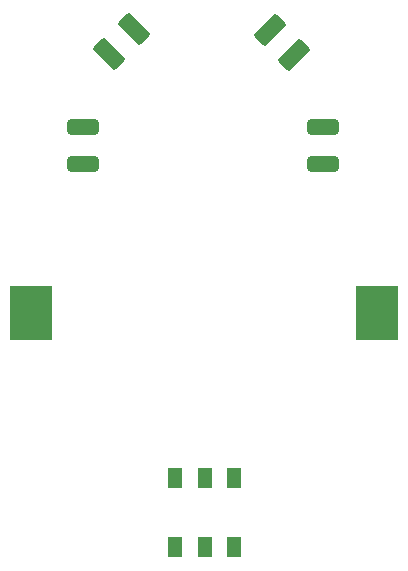
<source format=gbp>
G04 #@! TF.GenerationSoftware,KiCad,Pcbnew,(6.0.10)*
G04 #@! TF.CreationDate,2023-02-02T22:15:44+01:00*
G04 #@! TF.ProjectId,Eule,45756c65-2e6b-4696-9361-645f70636258,rev?*
G04 #@! TF.SameCoordinates,Original*
G04 #@! TF.FileFunction,Paste,Bot*
G04 #@! TF.FilePolarity,Positive*
%FSLAX46Y46*%
G04 Gerber Fmt 4.6, Leading zero omitted, Abs format (unit mm)*
G04 Created by KiCad (PCBNEW (6.0.10)) date 2023-02-02 22:15:44*
%MOMM*%
%LPD*%
G01*
G04 APERTURE LIST*
G04 Aperture macros list*
%AMRoundRect*
0 Rectangle with rounded corners*
0 $1 Rounding radius*
0 $2 $3 $4 $5 $6 $7 $8 $9 X,Y pos of 4 corners*
0 Add a 4 corners polygon primitive as box body*
4,1,4,$2,$3,$4,$5,$6,$7,$8,$9,$2,$3,0*
0 Add four circle primitives for the rounded corners*
1,1,$1+$1,$2,$3*
1,1,$1+$1,$4,$5*
1,1,$1+$1,$6,$7*
1,1,$1+$1,$8,$9*
0 Add four rect primitives between the rounded corners*
20,1,$1+$1,$2,$3,$4,$5,0*
20,1,$1+$1,$4,$5,$6,$7,0*
20,1,$1+$1,$6,$7,$8,$9,0*
20,1,$1+$1,$8,$9,$2,$3,0*%
G04 Aperture macros list end*
%ADD10R,1.200000X1.700000*%
%ADD11R,3.600000X4.600000*%
%ADD12RoundRect,0.250000X1.075000X-0.400000X1.075000X0.400000X-1.075000X0.400000X-1.075000X-0.400000X0*%
%ADD13RoundRect,0.250001X-0.433103X1.087175X-1.087175X0.433103X0.433103X-1.087175X1.087175X-0.433103X0*%
%ADD14RoundRect,0.250001X-1.087175X-0.433103X-0.433103X-1.087175X1.087175X0.433103X0.433103X1.087175X0*%
G04 APERTURE END LIST*
D10*
X58500000Y-85050000D03*
X56000000Y-85050000D03*
X53500000Y-85050000D03*
X58500000Y-90950000D03*
X56000000Y-90950000D03*
X53500000Y-90950000D03*
D11*
X41290000Y-71120000D03*
X70590000Y-71120000D03*
D12*
X66040000Y-58470000D03*
X66040000Y-55370000D03*
D13*
X50010000Y-47080000D03*
X47906358Y-49183642D03*
D14*
X61495376Y-47185376D03*
X63599018Y-49289018D03*
D12*
X45720000Y-58470000D03*
X45720000Y-55370000D03*
M02*

</source>
